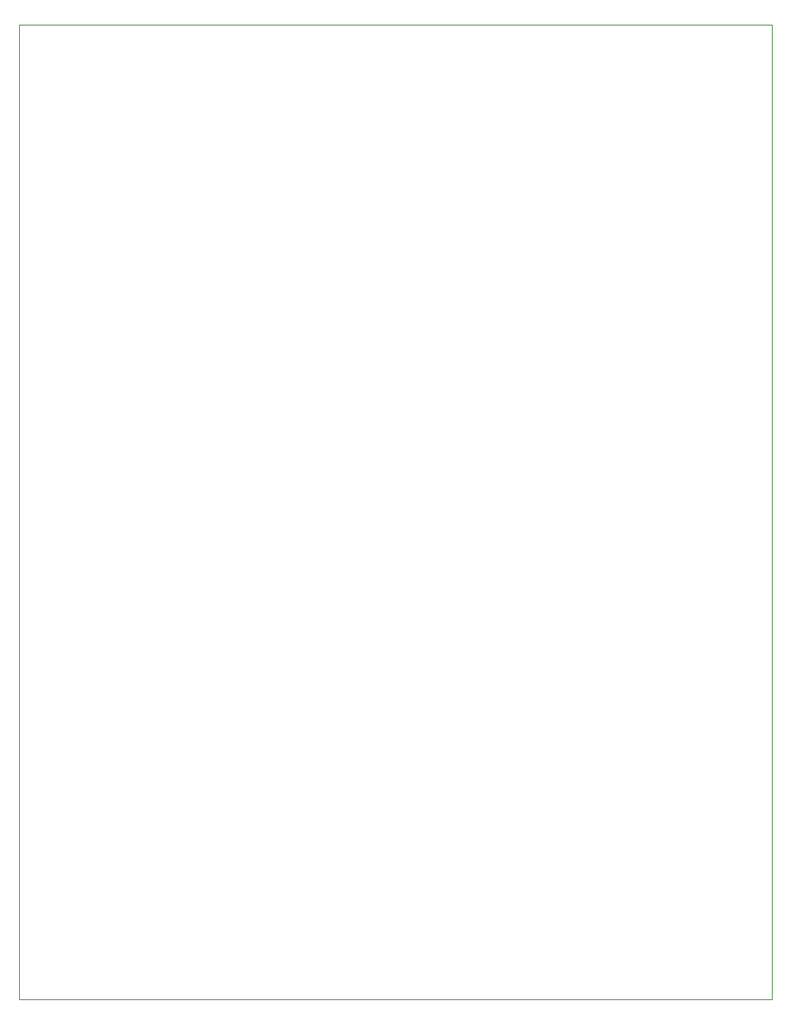
<source format=gm1>
G04 #@! TF.GenerationSoftware,KiCad,Pcbnew,7.0.1-0*
G04 #@! TF.CreationDate,2023-03-19T01:48:46-04:00*
G04 #@! TF.ProjectId,solar-cell-pcbs-usbUPDATING,736f6c61-722d-4636-956c-6c2d70636273,3*
G04 #@! TF.SameCoordinates,Original*
G04 #@! TF.FileFunction,Profile,NP*
%FSLAX46Y46*%
G04 Gerber Fmt 4.6, Leading zero omitted, Abs format (unit mm)*
G04 Created by KiCad (PCBNEW 7.0.1-0) date 2023-03-19 01:48:46*
%MOMM*%
%LPD*%
G01*
G04 APERTURE LIST*
G04 #@! TA.AperFunction,Profile*
%ADD10C,0.100000*%
G04 #@! TD*
G04 APERTURE END LIST*
D10*
X143600000Y-38750000D02*
X152100000Y-38750000D01*
X80600000Y-142250000D02*
X88600000Y-142250000D01*
X135600000Y-142250000D02*
X88600000Y-142250000D01*
X80650000Y-38750000D02*
X88650000Y-38750000D01*
X135600000Y-38750000D02*
X143600000Y-38750000D01*
X152100000Y-38750000D02*
X152100000Y-142250000D01*
X80600000Y-142250000D02*
X72100000Y-142250000D01*
X143600000Y-142250000D02*
X152100000Y-142250000D01*
X135600000Y-142250000D02*
X143600000Y-142250000D01*
X88650000Y-38750000D02*
X135600000Y-38750000D01*
X80650000Y-38750000D02*
X72100000Y-38750000D01*
X72100000Y-142250000D02*
X72100000Y-38750000D01*
M02*

</source>
